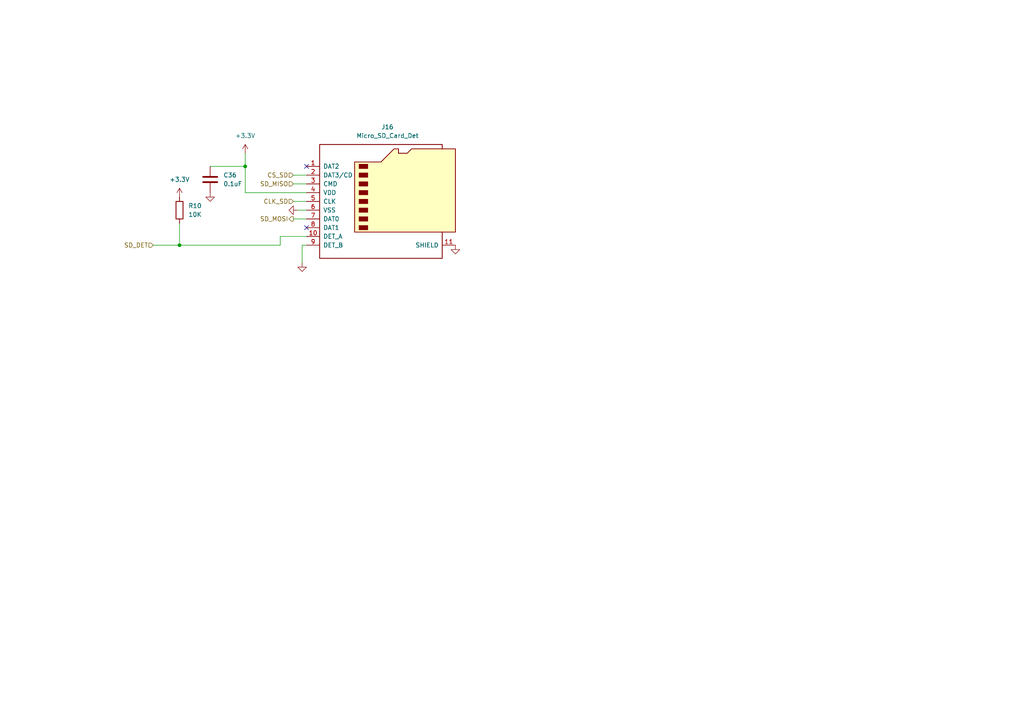
<source format=kicad_sch>
(kicad_sch (version 20230121) (generator eeschema)

  (uuid 3612c8c9-fcc5-4908-a144-8abea31187e5)

  (paper "A4")

  (lib_symbols
    (symbol "Connector:Micro_SD_Card_Det" (pin_names (offset 1.016)) (in_bom yes) (on_board yes)
      (property "Reference" "J" (at -16.51 17.78 0)
        (effects (font (size 1.27 1.27)))
      )
      (property "Value" "Micro_SD_Card_Det" (at 16.51 17.78 0)
        (effects (font (size 1.27 1.27)) (justify right))
      )
      (property "Footprint" "" (at 52.07 17.78 0)
        (effects (font (size 1.27 1.27)) hide)
      )
      (property "Datasheet" "https://www.hirose.com/product/en/download_file/key_name/DM3/category/Catalog/doc_file_id/49662/?file_category_id=4&item_id=195&is_series=1" (at 0 2.54 0)
        (effects (font (size 1.27 1.27)) hide)
      )
      (property "ki_keywords" "connector SD microsd" (at 0 0 0)
        (effects (font (size 1.27 1.27)) hide)
      )
      (property "ki_description" "Micro SD Card Socket with card detection pins" (at 0 0 0)
        (effects (font (size 1.27 1.27)) hide)
      )
      (property "ki_fp_filters" "microSD*" (at 0 0 0)
        (effects (font (size 1.27 1.27)) hide)
      )
      (symbol "Micro_SD_Card_Det_0_1"
        (rectangle (start -7.62 -6.985) (end -5.08 -8.255)
          (stroke (width 0) (type default))
          (fill (type outline))
        )
        (rectangle (start -7.62 -4.445) (end -5.08 -5.715)
          (stroke (width 0) (type default))
          (fill (type outline))
        )
        (rectangle (start -7.62 -1.905) (end -5.08 -3.175)
          (stroke (width 0) (type default))
          (fill (type outline))
        )
        (rectangle (start -7.62 0.635) (end -5.08 -0.635)
          (stroke (width 0) (type default))
          (fill (type outline))
        )
        (rectangle (start -7.62 3.175) (end -5.08 1.905)
          (stroke (width 0) (type default))
          (fill (type outline))
        )
        (rectangle (start -7.62 5.715) (end -5.08 4.445)
          (stroke (width 0) (type default))
          (fill (type outline))
        )
        (rectangle (start -7.62 8.255) (end -5.08 6.985)
          (stroke (width 0) (type default))
          (fill (type outline))
        )
        (rectangle (start -7.62 10.795) (end -5.08 9.525)
          (stroke (width 0) (type default))
          (fill (type outline))
        )
        (polyline
          (pts
            (xy 16.51 15.24)
            (xy 16.51 16.51)
            (xy -19.05 16.51)
            (xy -19.05 -16.51)
            (xy 16.51 -16.51)
            (xy 16.51 -8.89)
          )
          (stroke (width 0.254) (type default))
          (fill (type none))
        )
        (polyline
          (pts
            (xy -8.89 -8.89)
            (xy -8.89 11.43)
            (xy -1.27 11.43)
            (xy 2.54 15.24)
            (xy 3.81 15.24)
            (xy 3.81 13.97)
            (xy 6.35 13.97)
            (xy 7.62 15.24)
            (xy 20.32 15.24)
            (xy 20.32 -8.89)
            (xy -8.89 -8.89)
          )
          (stroke (width 0.254) (type default))
          (fill (type background))
        )
      )
      (symbol "Micro_SD_Card_Det_1_1"
        (pin bidirectional line (at -22.86 10.16 0) (length 3.81)
          (name "DAT2" (effects (font (size 1.27 1.27))))
          (number "1" (effects (font (size 1.27 1.27))))
        )
        (pin passive line (at -22.86 -10.16 0) (length 3.81)
          (name "DET_A" (effects (font (size 1.27 1.27))))
          (number "10" (effects (font (size 1.27 1.27))))
        )
        (pin passive line (at 20.32 -12.7 180) (length 3.81)
          (name "SHIELD" (effects (font (size 1.27 1.27))))
          (number "11" (effects (font (size 1.27 1.27))))
        )
        (pin bidirectional line (at -22.86 7.62 0) (length 3.81)
          (name "DAT3/CD" (effects (font (size 1.27 1.27))))
          (number "2" (effects (font (size 1.27 1.27))))
        )
        (pin input line (at -22.86 5.08 0) (length 3.81)
          (name "CMD" (effects (font (size 1.27 1.27))))
          (number "3" (effects (font (size 1.27 1.27))))
        )
        (pin power_in line (at -22.86 2.54 0) (length 3.81)
          (name "VDD" (effects (font (size 1.27 1.27))))
          (number "4" (effects (font (size 1.27 1.27))))
        )
        (pin input line (at -22.86 0 0) (length 3.81)
          (name "CLK" (effects (font (size 1.27 1.27))))
          (number "5" (effects (font (size 1.27 1.27))))
        )
        (pin power_in line (at -22.86 -2.54 0) (length 3.81)
          (name "VSS" (effects (font (size 1.27 1.27))))
          (number "6" (effects (font (size 1.27 1.27))))
        )
        (pin bidirectional line (at -22.86 -5.08 0) (length 3.81)
          (name "DAT0" (effects (font (size 1.27 1.27))))
          (number "7" (effects (font (size 1.27 1.27))))
        )
        (pin bidirectional line (at -22.86 -7.62 0) (length 3.81)
          (name "DAT1" (effects (font (size 1.27 1.27))))
          (number "8" (effects (font (size 1.27 1.27))))
        )
        (pin passive line (at -22.86 -12.7 0) (length 3.81)
          (name "DET_B" (effects (font (size 1.27 1.27))))
          (number "9" (effects (font (size 1.27 1.27))))
        )
      )
    )
    (symbol "Device:C" (pin_numbers hide) (pin_names (offset 0.254)) (in_bom yes) (on_board yes)
      (property "Reference" "C" (at 0.635 2.54 0)
        (effects (font (size 1.27 1.27)) (justify left))
      )
      (property "Value" "C" (at 0.635 -2.54 0)
        (effects (font (size 1.27 1.27)) (justify left))
      )
      (property "Footprint" "" (at 0.9652 -3.81 0)
        (effects (font (size 1.27 1.27)) hide)
      )
      (property "Datasheet" "~" (at 0 0 0)
        (effects (font (size 1.27 1.27)) hide)
      )
      (property "ki_keywords" "cap capacitor" (at 0 0 0)
        (effects (font (size 1.27 1.27)) hide)
      )
      (property "ki_description" "Unpolarized capacitor" (at 0 0 0)
        (effects (font (size 1.27 1.27)) hide)
      )
      (property "ki_fp_filters" "C_*" (at 0 0 0)
        (effects (font (size 1.27 1.27)) hide)
      )
      (symbol "C_0_1"
        (polyline
          (pts
            (xy -2.032 -0.762)
            (xy 2.032 -0.762)
          )
          (stroke (width 0.508) (type default))
          (fill (type none))
        )
        (polyline
          (pts
            (xy -2.032 0.762)
            (xy 2.032 0.762)
          )
          (stroke (width 0.508) (type default))
          (fill (type none))
        )
      )
      (symbol "C_1_1"
        (pin passive line (at 0 3.81 270) (length 2.794)
          (name "~" (effects (font (size 1.27 1.27))))
          (number "1" (effects (font (size 1.27 1.27))))
        )
        (pin passive line (at 0 -3.81 90) (length 2.794)
          (name "~" (effects (font (size 1.27 1.27))))
          (number "2" (effects (font (size 1.27 1.27))))
        )
      )
    )
    (symbol "Device:R" (pin_numbers hide) (pin_names (offset 0)) (in_bom yes) (on_board yes)
      (property "Reference" "R" (at 2.032 0 90)
        (effects (font (size 1.27 1.27)))
      )
      (property "Value" "R" (at 0 0 90)
        (effects (font (size 1.27 1.27)))
      )
      (property "Footprint" "" (at -1.778 0 90)
        (effects (font (size 1.27 1.27)) hide)
      )
      (property "Datasheet" "~" (at 0 0 0)
        (effects (font (size 1.27 1.27)) hide)
      )
      (property "ki_keywords" "R res resistor" (at 0 0 0)
        (effects (font (size 1.27 1.27)) hide)
      )
      (property "ki_description" "Resistor" (at 0 0 0)
        (effects (font (size 1.27 1.27)) hide)
      )
      (property "ki_fp_filters" "R_*" (at 0 0 0)
        (effects (font (size 1.27 1.27)) hide)
      )
      (symbol "R_0_1"
        (rectangle (start -1.016 -2.54) (end 1.016 2.54)
          (stroke (width 0.254) (type default))
          (fill (type none))
        )
      )
      (symbol "R_1_1"
        (pin passive line (at 0 3.81 270) (length 1.27)
          (name "~" (effects (font (size 1.27 1.27))))
          (number "1" (effects (font (size 1.27 1.27))))
        )
        (pin passive line (at 0 -3.81 90) (length 1.27)
          (name "~" (effects (font (size 1.27 1.27))))
          (number "2" (effects (font (size 1.27 1.27))))
        )
      )
    )
    (symbol "power:+3.3V" (power) (pin_names (offset 0)) (in_bom yes) (on_board yes)
      (property "Reference" "#PWR" (at 0 -3.81 0)
        (effects (font (size 1.27 1.27)) hide)
      )
      (property "Value" "+3.3V" (at 0 3.556 0)
        (effects (font (size 1.27 1.27)))
      )
      (property "Footprint" "" (at 0 0 0)
        (effects (font (size 1.27 1.27)) hide)
      )
      (property "Datasheet" "" (at 0 0 0)
        (effects (font (size 1.27 1.27)) hide)
      )
      (property "ki_keywords" "global power" (at 0 0 0)
        (effects (font (size 1.27 1.27)) hide)
      )
      (property "ki_description" "Power symbol creates a global label with name \"+3.3V\"" (at 0 0 0)
        (effects (font (size 1.27 1.27)) hide)
      )
      (symbol "+3.3V_0_1"
        (polyline
          (pts
            (xy -0.762 1.27)
            (xy 0 2.54)
          )
          (stroke (width 0) (type default))
          (fill (type none))
        )
        (polyline
          (pts
            (xy 0 0)
            (xy 0 2.54)
          )
          (stroke (width 0) (type default))
          (fill (type none))
        )
        (polyline
          (pts
            (xy 0 2.54)
            (xy 0.762 1.27)
          )
          (stroke (width 0) (type default))
          (fill (type none))
        )
      )
      (symbol "+3.3V_1_1"
        (pin power_in line (at 0 0 90) (length 0) hide
          (name "+3.3V" (effects (font (size 1.27 1.27))))
          (number "1" (effects (font (size 1.27 1.27))))
        )
      )
    )
    (symbol "power:GND" (power) (pin_names (offset 0)) (in_bom yes) (on_board yes)
      (property "Reference" "#PWR" (at 0 -6.35 0)
        (effects (font (size 1.27 1.27)) hide)
      )
      (property "Value" "GND" (at 0 -3.81 0)
        (effects (font (size 1.27 1.27)))
      )
      (property "Footprint" "" (at 0 0 0)
        (effects (font (size 1.27 1.27)) hide)
      )
      (property "Datasheet" "" (at 0 0 0)
        (effects (font (size 1.27 1.27)) hide)
      )
      (property "ki_keywords" "global power" (at 0 0 0)
        (effects (font (size 1.27 1.27)) hide)
      )
      (property "ki_description" "Power symbol creates a global label with name \"GND\" , ground" (at 0 0 0)
        (effects (font (size 1.27 1.27)) hide)
      )
      (symbol "GND_0_1"
        (polyline
          (pts
            (xy 0 0)
            (xy 0 -1.27)
            (xy 1.27 -1.27)
            (xy 0 -2.54)
            (xy -1.27 -1.27)
            (xy 0 -1.27)
          )
          (stroke (width 0) (type default))
          (fill (type none))
        )
      )
      (symbol "GND_1_1"
        (pin power_in line (at 0 0 270) (length 0) hide
          (name "GND" (effects (font (size 1.27 1.27))))
          (number "1" (effects (font (size 1.27 1.27))))
        )
      )
    )
  )

  (junction (at 52.07 71.12) (diameter 0) (color 0 0 0 0)
    (uuid 6e274073-8d20-4898-8f20-c4c79eded36f)
  )
  (junction (at 71.12 48.26) (diameter 0) (color 0 0 0 0)
    (uuid a2ce45b7-c769-4b01-85bd-86bde8270dfe)
  )

  (no_connect (at 88.9 66.04) (uuid 76fbcb3d-963c-4779-9b67-f7a454b27a8b))
  (no_connect (at 88.9 48.26) (uuid b860128b-f02e-49e2-9511-a054c363431e))

  (wire (pts (xy 44.45 71.12) (xy 52.07 71.12))
    (stroke (width 0) (type default))
    (uuid 028cbe7b-1f18-494c-bb9b-1a7ab2df2bde)
  )
  (wire (pts (xy 85.09 63.5) (xy 88.9 63.5))
    (stroke (width 0) (type default))
    (uuid 28aa02de-b9a9-4405-bc72-f73136adcc82)
  )
  (wire (pts (xy 81.28 71.12) (xy 81.28 68.58))
    (stroke (width 0) (type default))
    (uuid 2a2f2467-1abe-46fd-9a5a-481cbf6b908b)
  )
  (wire (pts (xy 87.63 71.12) (xy 87.63 76.2))
    (stroke (width 0) (type default))
    (uuid 5797b6ee-1d63-40d8-a151-bb7dc1cf3699)
  )
  (wire (pts (xy 85.09 58.42) (xy 88.9 58.42))
    (stroke (width 0) (type default))
    (uuid 5afaa6ec-3ca7-4c83-8648-0f700a21f303)
  )
  (wire (pts (xy 85.09 53.34) (xy 88.9 53.34))
    (stroke (width 0) (type default))
    (uuid 61cb6545-e900-466e-bc22-cc77e33a2b1e)
  )
  (wire (pts (xy 81.28 68.58) (xy 88.9 68.58))
    (stroke (width 0) (type default))
    (uuid 9d1e847a-7755-4518-bec0-68d08c10e00e)
  )
  (wire (pts (xy 71.12 48.26) (xy 71.12 55.88))
    (stroke (width 0) (type default))
    (uuid ad37d8c3-9043-486a-9118-c2b2af0ddf18)
  )
  (wire (pts (xy 71.12 44.45) (xy 71.12 48.26))
    (stroke (width 0) (type default))
    (uuid e0d49047-6a95-4ed5-afef-c44fabecfdb1)
  )
  (wire (pts (xy 88.9 55.88) (xy 71.12 55.88))
    (stroke (width 0) (type default))
    (uuid e8af085c-3ecd-403a-b405-e449e0b7cde9)
  )
  (wire (pts (xy 60.96 48.26) (xy 71.12 48.26))
    (stroke (width 0) (type default))
    (uuid ede11e58-d0e2-42d0-9036-925826404996)
  )
  (wire (pts (xy 85.09 50.8) (xy 88.9 50.8))
    (stroke (width 0) (type default))
    (uuid f032df7b-bd11-4206-a990-eaa7c3b07d5e)
  )
  (wire (pts (xy 52.07 64.77) (xy 52.07 71.12))
    (stroke (width 0) (type default))
    (uuid f4626332-3b8b-44b5-af53-106ed5c95649)
  )
  (wire (pts (xy 52.07 71.12) (xy 81.28 71.12))
    (stroke (width 0) (type default))
    (uuid f6be3ae9-6e87-4ba0-9c6a-60fb0e9c19dc)
  )
  (wire (pts (xy 86.36 60.96) (xy 88.9 60.96))
    (stroke (width 0) (type default))
    (uuid f9463a5e-fe02-46ed-bac3-fbdc7ea8f6c0)
  )
  (wire (pts (xy 88.9 71.12) (xy 87.63 71.12))
    (stroke (width 0) (type default))
    (uuid ff86cdf0-aa04-4bd8-8aee-02f6299f1862)
  )

  (hierarchical_label "SD_MISO" (shape input) (at 85.09 53.34 180) (fields_autoplaced)
    (effects (font (size 1.27 1.27)) (justify right))
    (uuid 3ae36470-f648-467c-8a9e-11fc86711522)
  )
  (hierarchical_label "SD_MOSI" (shape output) (at 85.09 63.5 180) (fields_autoplaced)
    (effects (font (size 1.27 1.27)) (justify right))
    (uuid 8e652d61-4f7e-4979-98ab-d4f532fae301)
  )
  (hierarchical_label "CS_SD" (shape input) (at 85.09 50.8 180) (fields_autoplaced)
    (effects (font (size 1.27 1.27)) (justify right))
    (uuid c906be80-0436-49bc-bc03-73d8b3cf9d02)
  )
  (hierarchical_label "SD_DET" (shape input) (at 44.45 71.12 180) (fields_autoplaced)
    (effects (font (size 1.27 1.27)) (justify right))
    (uuid e1701988-01e0-42bf-bab1-8ad1b1b3f904)
  )
  (hierarchical_label "CLK_SD" (shape input) (at 85.09 58.42 180) (fields_autoplaced)
    (effects (font (size 1.27 1.27)) (justify right))
    (uuid f494a783-62cc-464d-8592-1bd8fd3414bb)
  )

  (symbol (lib_id "power:GND") (at 60.96 55.88 0) (unit 1)
    (in_bom yes) (on_board yes) (dnp no) (fields_autoplaced)
    (uuid 0508bacc-881c-4a4e-bc91-c430ae1f00c9)
    (property "Reference" "#PWR048" (at 60.96 62.23 0)
      (effects (font (size 1.27 1.27)) hide)
    )
    (property "Value" "GND" (at 60.96 60.96 0)
      (effects (font (size 1.27 1.27)) hide)
    )
    (property "Footprint" "" (at 60.96 55.88 0)
      (effects (font (size 1.27 1.27)) hide)
    )
    (property "Datasheet" "" (at 60.96 55.88 0)
      (effects (font (size 1.27 1.27)) hide)
    )
    (pin "1" (uuid 16177cfa-4324-46cc-877e-60a56d21b0d8))
    (instances
      (project "NewMiniKermit"
        (path "/b3ecbcce-8bc5-493c-b5b6-3e2f69f7358a/5f955bad-a89b-4676-aec2-1f99df621765"
          (reference "#PWR048") (unit 1)
        )
      )
    )
  )

  (symbol (lib_id "power:+3.3V") (at 71.12 44.45 0) (unit 1)
    (in_bom yes) (on_board yes) (dnp no) (fields_autoplaced)
    (uuid 278a2b1a-1d57-4f67-8255-d4c064f5aaf5)
    (property "Reference" "#PWR047" (at 71.12 48.26 0)
      (effects (font (size 1.27 1.27)) hide)
    )
    (property "Value" "+3.3V" (at 71.12 39.37 0)
      (effects (font (size 1.27 1.27)))
    )
    (property "Footprint" "" (at 71.12 44.45 0)
      (effects (font (size 1.27 1.27)) hide)
    )
    (property "Datasheet" "" (at 71.12 44.45 0)
      (effects (font (size 1.27 1.27)) hide)
    )
    (pin "1" (uuid 27560340-5956-4b1a-8ab8-a08b952d7f9c))
    (instances
      (project "NewMiniKermit"
        (path "/b3ecbcce-8bc5-493c-b5b6-3e2f69f7358a/5f955bad-a89b-4676-aec2-1f99df621765"
          (reference "#PWR047") (unit 1)
        )
      )
    )
  )

  (symbol (lib_id "power:GND") (at 86.36 60.96 270) (unit 1)
    (in_bom yes) (on_board yes) (dnp no) (fields_autoplaced)
    (uuid 374733c2-2e4c-453c-a270-7dd2d2b2fc80)
    (property "Reference" "#PWR046" (at 80.01 60.96 0)
      (effects (font (size 1.27 1.27)) hide)
    )
    (property "Value" "GND" (at 81.28 60.96 0)
      (effects (font (size 1.27 1.27)) hide)
    )
    (property "Footprint" "" (at 86.36 60.96 0)
      (effects (font (size 1.27 1.27)) hide)
    )
    (property "Datasheet" "" (at 86.36 60.96 0)
      (effects (font (size 1.27 1.27)) hide)
    )
    (pin "1" (uuid c96a9e9e-d1b8-4105-b936-58320798c8fe))
    (instances
      (project "NewMiniKermit"
        (path "/b3ecbcce-8bc5-493c-b5b6-3e2f69f7358a/5f955bad-a89b-4676-aec2-1f99df621765"
          (reference "#PWR046") (unit 1)
        )
      )
    )
  )

  (symbol (lib_id "Device:C") (at 60.96 52.07 0) (unit 1)
    (in_bom yes) (on_board yes) (dnp no) (fields_autoplaced)
    (uuid 3b00867d-45f0-4629-acb8-106193d21ef1)
    (property "Reference" "C36" (at 64.77 50.8 0)
      (effects (font (size 1.27 1.27)) (justify left))
    )
    (property "Value" "0.1uF" (at 64.77 53.34 0)
      (effects (font (size 1.27 1.27)) (justify left))
    )
    (property "Footprint" "" (at 61.9252 55.88 0)
      (effects (font (size 1.27 1.27)) hide)
    )
    (property "Datasheet" "~" (at 60.96 52.07 0)
      (effects (font (size 1.27 1.27)) hide)
    )
    (pin "1" (uuid d07ae090-0ea5-43b6-92f4-0399a983f6e9))
    (pin "2" (uuid 03bfcf42-c79d-4217-9774-1a177da4a55d))
    (instances
      (project "NewMiniKermit"
        (path "/b3ecbcce-8bc5-493c-b5b6-3e2f69f7358a/5f955bad-a89b-4676-aec2-1f99df621765"
          (reference "C36") (unit 1)
        )
      )
    )
  )

  (symbol (lib_id "Device:R") (at 52.07 60.96 0) (unit 1)
    (in_bom yes) (on_board yes) (dnp no) (fields_autoplaced)
    (uuid 554b0dea-a664-45c6-9025-1a1e92cabcfe)
    (property "Reference" "R10" (at 54.61 59.69 0)
      (effects (font (size 1.27 1.27)) (justify left))
    )
    (property "Value" "10K" (at 54.61 62.23 0)
      (effects (font (size 1.27 1.27)) (justify left))
    )
    (property "Footprint" "" (at 50.292 60.96 90)
      (effects (font (size 1.27 1.27)) hide)
    )
    (property "Datasheet" "~" (at 52.07 60.96 0)
      (effects (font (size 1.27 1.27)) hide)
    )
    (pin "1" (uuid 29b9523c-8231-4828-813a-6442a79d4bfe))
    (pin "2" (uuid ed03b9eb-bdc7-4063-90ee-bb2b30a075d8))
    (instances
      (project "NewMiniKermit"
        (path "/b3ecbcce-8bc5-493c-b5b6-3e2f69f7358a/5f955bad-a89b-4676-aec2-1f99df621765"
          (reference "R10") (unit 1)
        )
      )
    )
  )

  (symbol (lib_id "power:GND") (at 87.63 76.2 0) (unit 1)
    (in_bom yes) (on_board yes) (dnp no) (fields_autoplaced)
    (uuid 6eb467c7-3052-4d79-b508-1db9456c8c67)
    (property "Reference" "#PWR049" (at 87.63 82.55 0)
      (effects (font (size 1.27 1.27)) hide)
    )
    (property "Value" "GND" (at 87.63 81.28 0)
      (effects (font (size 1.27 1.27)) hide)
    )
    (property "Footprint" "" (at 87.63 76.2 0)
      (effects (font (size 1.27 1.27)) hide)
    )
    (property "Datasheet" "" (at 87.63 76.2 0)
      (effects (font (size 1.27 1.27)) hide)
    )
    (pin "1" (uuid 6ac3ed2b-4621-46ce-a6b1-4b604ebbf1bf))
    (instances
      (project "NewMiniKermit"
        (path "/b3ecbcce-8bc5-493c-b5b6-3e2f69f7358a/5f955bad-a89b-4676-aec2-1f99df621765"
          (reference "#PWR049") (unit 1)
        )
      )
    )
  )

  (symbol (lib_id "power:+3.3V") (at 52.07 57.15 0) (unit 1)
    (in_bom yes) (on_board yes) (dnp no) (fields_autoplaced)
    (uuid b8d8b45f-28e2-4734-bf11-ec6cd58003be)
    (property "Reference" "#PWR050" (at 52.07 60.96 0)
      (effects (font (size 1.27 1.27)) hide)
    )
    (property "Value" "+3.3V" (at 52.07 52.07 0)
      (effects (font (size 1.27 1.27)))
    )
    (property "Footprint" "" (at 52.07 57.15 0)
      (effects (font (size 1.27 1.27)) hide)
    )
    (property "Datasheet" "" (at 52.07 57.15 0)
      (effects (font (size 1.27 1.27)) hide)
    )
    (pin "1" (uuid 5c4cc6b9-54ae-4849-8a36-96708ee940d4))
    (instances
      (project "NewMiniKermit"
        (path "/b3ecbcce-8bc5-493c-b5b6-3e2f69f7358a/5f955bad-a89b-4676-aec2-1f99df621765"
          (reference "#PWR050") (unit 1)
        )
      )
    )
  )

  (symbol (lib_id "Connector:Micro_SD_Card_Det") (at 111.76 58.42 0) (unit 1)
    (in_bom yes) (on_board yes) (dnp no) (fields_autoplaced)
    (uuid e3df2b8f-0f54-44ee-8bbb-70702b8f3a40)
    (property "Reference" "J16" (at 112.395 36.83 0)
      (effects (font (size 1.27 1.27)))
    )
    (property "Value" "Micro_SD_Card_Det" (at 112.395 39.37 0)
      (effects (font (size 1.27 1.27)))
    )
    (property "Footprint" "Connector_Card:microSD_HC_Hirose_DM3AT-SF-PEJM5" (at 163.83 40.64 0)
      (effects (font (size 1.27 1.27)) hide)
    )
    (property "Datasheet" "https://www.hirose.com/product/en/download_file/key_name/DM3/category/Catalog/doc_file_id/49662/?file_category_id=4&item_id=195&is_series=1" (at 111.76 55.88 0)
      (effects (font (size 1.27 1.27)) hide)
    )
    (pin "1" (uuid 83d15c3e-b543-446d-b128-3700254dc0d4))
    (pin "10" (uuid 612b45a0-a5ed-447c-b642-71e8a8f5717e))
    (pin "11" (uuid 9cafcbe0-8dcb-4c02-aaf5-af2aa1d3f4b7))
    (pin "2" (uuid 30f71c80-37c0-4a88-9973-32ef55f91b6f))
    (pin "3" (uuid 41fe21b3-bcd9-410a-9fd3-f70775216b1b))
    (pin "4" (uuid b9b8e556-aecb-4f04-8bb1-d8dba6316bf5))
    (pin "5" (uuid 5e101111-65f8-4c42-af87-1828a50aa278))
    (pin "6" (uuid 8607e49d-5bb9-42a1-a75e-ac83bf7ee533))
    (pin "7" (uuid b2a5ebc4-a24f-4cc4-bff3-1c761cc3253a))
    (pin "8" (uuid d9889337-f34f-416e-9419-28cae193c215))
    (pin "9" (uuid f0bb42dd-7362-4586-941d-84f486794af1))
    (instances
      (project "sensorboard"
        (path "/26801cfb-b53b-4a6a-a2f4-5f4986565765/f50ea3f6-9887-4dc3-9ec9-7a0fb1ee7721"
          (reference "J16") (unit 1)
        )
      )
      (project "NewMiniKermit"
        (path "/b3ecbcce-8bc5-493c-b5b6-3e2f69f7358a/5f955bad-a89b-4676-aec2-1f99df621765"
          (reference "J1") (unit 1)
        )
      )
    )
  )

  (symbol (lib_id "power:GND") (at 132.08 71.12 0) (unit 1)
    (in_bom yes) (on_board yes) (dnp no) (fields_autoplaced)
    (uuid edb42f3d-c7b5-4386-826d-d69c10c065ac)
    (property "Reference" "#PWR09" (at 132.08 77.47 0)
      (effects (font (size 1.27 1.27)) hide)
    )
    (property "Value" "GND" (at 132.08 76.2 0)
      (effects (font (size 1.27 1.27)) hide)
    )
    (property "Footprint" "" (at 132.08 71.12 0)
      (effects (font (size 1.27 1.27)) hide)
    )
    (property "Datasheet" "" (at 132.08 71.12 0)
      (effects (font (size 1.27 1.27)) hide)
    )
    (pin "1" (uuid 9c399566-a784-4ff3-8133-2e277b3d7f0e))
    (instances
      (project "NewMiniKermit"
        (path "/b3ecbcce-8bc5-493c-b5b6-3e2f69f7358a/5f955bad-a89b-4676-aec2-1f99df621765"
          (reference "#PWR09") (unit 1)
        )
      )
    )
  )
)

</source>
